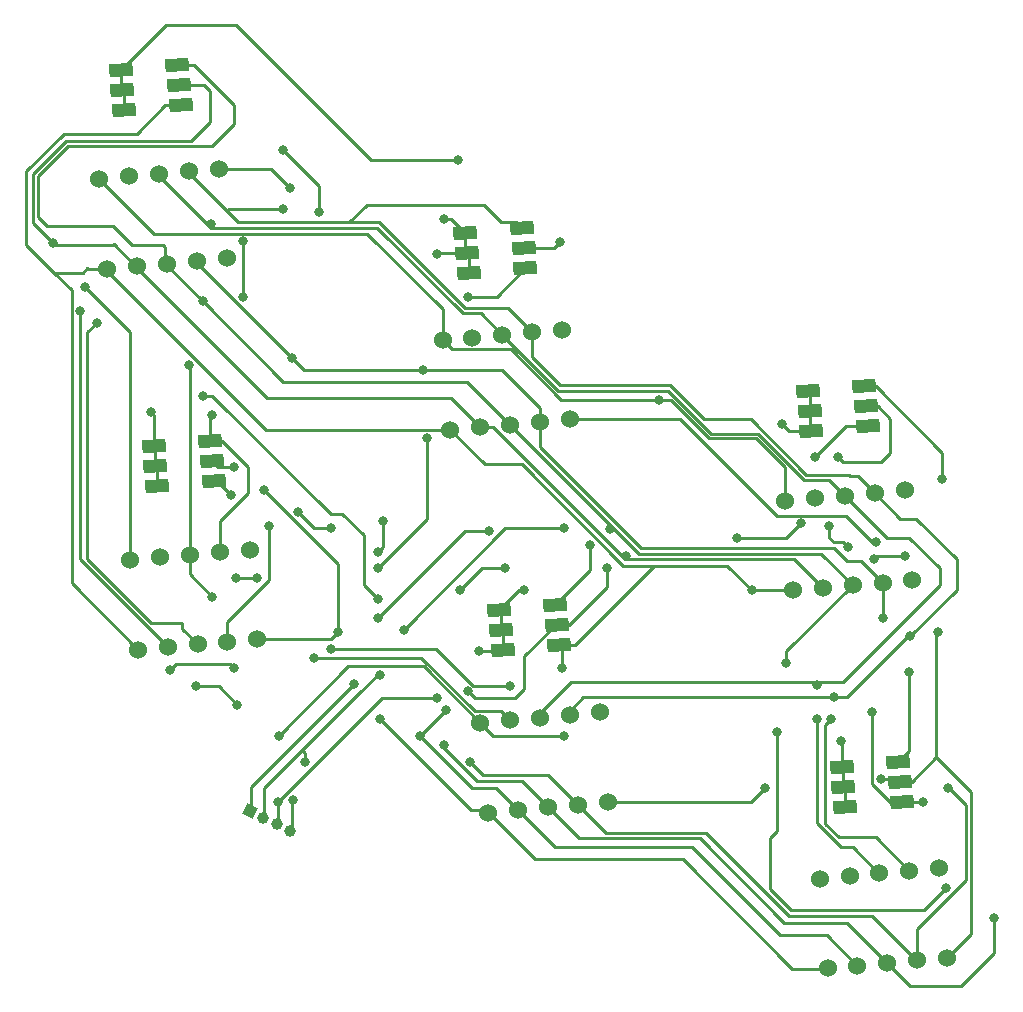
<source format=gbr>
%TF.GenerationSoftware,KiCad,Pcbnew,7.0.10-7.0.10~ubuntu22.04.1*%
%TF.CreationDate,2025-04-20T12:02:29+07:00*%
%TF.ProjectId,catan100,63617461-6e31-4303-902e-6b696361645f,rev?*%
%TF.SameCoordinates,Original*%
%TF.FileFunction,Copper,L1,Top*%
%TF.FilePolarity,Positive*%
%FSLAX46Y46*%
G04 Gerber Fmt 4.6, Leading zero omitted, Abs format (unit mm)*
G04 Created by KiCad (PCBNEW 7.0.10-7.0.10~ubuntu22.04.1) date 2025-04-20 12:02:29*
%MOMM*%
%LPD*%
G01*
G04 APERTURE LIST*
G04 Aperture macros list*
%AMHorizOval*
0 Thick line with rounded ends*
0 $1 width*
0 $2 $3 position (X,Y) of the first rounded end (center of the circle)*
0 $4 $5 position (X,Y) of the second rounded end (center of the circle)*
0 Add line between two ends*
20,1,$1,$2,$3,$4,$5,0*
0 Add two circle primitives to create the rounded ends*
1,1,$1,$2,$3*
1,1,$1,$4,$5*%
%AMRotRect*
0 Rectangle, with rotation*
0 The origin of the aperture is its center*
0 $1 length*
0 $2 width*
0 $3 Rotation angle, in degrees counterclockwise*
0 Add horizontal line*
21,1,$1,$2,0,0,$3*%
G04 Aperture macros list end*
%TA.AperFunction,ComponentPad*%
%ADD10C,1.524000*%
%TD*%
%TA.AperFunction,SMDPad,CuDef*%
%ADD11RotRect,1.100000X2.000000X95.000000*%
%TD*%
%TA.AperFunction,ComponentPad*%
%ADD12RotRect,1.000000X1.000000X245.000000*%
%TD*%
%TA.AperFunction,ComponentPad*%
%ADD13HorizOval,1.000000X0.000000X0.000000X0.000000X0.000000X0*%
%TD*%
%TA.AperFunction,ViaPad*%
%ADD14C,0.800000*%
%TD*%
%TA.AperFunction,Conductor*%
%ADD15C,0.250000*%
%TD*%
G04 APERTURE END LIST*
D10*
%TO.P,U4,1,e*%
%TO.N,Net-(D1-BA)*%
X217942788Y-92676506D03*
%TO.P,U4,2,d*%
%TO.N,Net-(D1-GA)*%
X220473123Y-92455130D03*
%TO.P,U4,3,c*%
%TO.N,Net-(D1-RA)*%
X223003457Y-92233755D03*
%TO.P,U4,4,g*%
%TO.N,Net-(D2-BA)*%
X225533792Y-92012379D03*
%TO.P,U4,5,dp*%
%TO.N,Net-(D2-GA)*%
X228064126Y-91791004D03*
%TO.P,U4,6,b*%
%TO.N,Net-(U1-GRID7)*%
X227400000Y-84200000D03*
%TO.P,U4,7,a*%
%TO.N,Net-(D2-RA)*%
X224869665Y-84421376D03*
%TO.P,U4,8,b*%
%TO.N,Net-(U1-SEG7)*%
X222339331Y-84642751D03*
%TO.P,U4,9,g*%
%TO.N,Net-(U1-GRID8)*%
X219808996Y-84864127D03*
%TO.P,U4,10,f*%
%TO.N,Net-(U1-SEG8)*%
X217278662Y-85085502D03*
%TD*%
%TO.P,U6,1,e*%
%TO.N,Net-(D1-BA)*%
X192142788Y-111476506D03*
%TO.P,U6,2,d*%
%TO.N,Net-(D1-GA)*%
X194673123Y-111255130D03*
%TO.P,U6,3,c*%
%TO.N,Net-(D1-RA)*%
X197203457Y-111033755D03*
%TO.P,U6,4,g*%
%TO.N,Net-(D2-BA)*%
X199733792Y-110812379D03*
%TO.P,U6,5,dp*%
%TO.N,Net-(D2-GA)*%
X202264126Y-110591004D03*
%TO.P,U6,6,b*%
%TO.N,Net-(U1-GRID3)*%
X201600000Y-103000000D03*
%TO.P,U6,7,a*%
%TO.N,Net-(D2-RA)*%
X199069665Y-103221376D03*
%TO.P,U6,8,b*%
%TO.N,Net-(U1-SEG7)*%
X196539331Y-103442751D03*
%TO.P,U6,9,g*%
%TO.N,Net-(U1-GRID4)*%
X194008996Y-103664127D03*
%TO.P,U6,10,f*%
%TO.N,Net-(U1-SEG8)*%
X191478662Y-103885502D03*
%TD*%
D11*
%TO.P,D2,1,RK*%
%TO.N,Net-(D1-BK)*%
X190218265Y-62418348D03*
%TO.P,D2,2,GK*%
X190366430Y-64111879D03*
%TO.P,D2,3,BK*%
X190514594Y-65805410D03*
%TO.P,D2,4,BA*%
%TO.N,Net-(D2-BA)*%
X195296329Y-65387062D03*
%TO.P,D2,5,GA*%
%TO.N,Net-(D2-GA)*%
X195148164Y-63693531D03*
%TO.P,D2,6,RA*%
%TO.N,Net-(D2-RA)*%
X195000000Y-62000000D03*
%TD*%
D10*
%TO.P,U7,1,e*%
%TO.N,Net-(D1-BA)*%
X220873123Y-124655130D03*
%TO.P,U7,2,d*%
%TO.N,Net-(D1-GA)*%
X223403458Y-124433754D03*
%TO.P,U7,3,c*%
%TO.N,Net-(D1-RA)*%
X225933792Y-124212379D03*
%TO.P,U7,4,g*%
%TO.N,Net-(D2-BA)*%
X228464127Y-123991003D03*
%TO.P,U7,5,dp*%
%TO.N,Net-(D2-GA)*%
X230994461Y-123769628D03*
%TO.P,U7,6,b*%
%TO.N,Net-(U1-GRID1)*%
X230330335Y-116178624D03*
%TO.P,U7,7,a*%
%TO.N,Net-(D2-RA)*%
X227800000Y-116400000D03*
%TO.P,U7,8,b*%
%TO.N,Net-(U1-SEG7)*%
X225269666Y-116621375D03*
%TO.P,U7,9,g*%
%TO.N,Net-(U1-GRID2)*%
X222739331Y-116842751D03*
%TO.P,U7,10,f*%
%TO.N,Net-(U1-SEG8)*%
X220208997Y-117064126D03*
%TD*%
%TO.P,U2,1,e*%
%TO.N,Net-(D1-BA)*%
X159871394Y-65438253D03*
%TO.P,U2,2,d*%
%TO.N,Net-(D1-GA)*%
X162401729Y-65216877D03*
%TO.P,U2,3,c*%
%TO.N,Net-(D1-RA)*%
X164932063Y-64995502D03*
%TO.P,U2,4,g*%
%TO.N,Net-(D2-BA)*%
X167462398Y-64774126D03*
%TO.P,U2,5,dp*%
%TO.N,Net-(D2-GA)*%
X169992732Y-64552751D03*
%TO.P,U2,6,b*%
%TO.N,Net-(U1-GRID11)*%
X169328606Y-56961747D03*
%TO.P,U2,7,a*%
%TO.N,Net-(D2-RA)*%
X166798271Y-57183123D03*
%TO.P,U2,8,b*%
%TO.N,Net-(U1-SEG7)*%
X164267937Y-57404498D03*
%TO.P,U2,9,g*%
%TO.N,Net-(U1-GRID12)*%
X161737602Y-57625874D03*
%TO.P,U2,10,f*%
%TO.N,Net-(U1-SEG8)*%
X159207268Y-57847249D03*
%TD*%
D11*
%TO.P,D6,1,RK*%
%TO.N,Net-(D5-BK)*%
X222060968Y-107618348D03*
%TO.P,D6,2,GK*%
X222209133Y-109311879D03*
%TO.P,D6,3,BK*%
X222357297Y-111005410D03*
%TO.P,D6,4,BA*%
%TO.N,Net-(D2-BA)*%
X227139032Y-110587062D03*
%TO.P,D6,5,GA*%
%TO.N,Net-(D2-GA)*%
X226990867Y-108893531D03*
%TO.P,D6,6,RA*%
%TO.N,Net-(D2-RA)*%
X226842703Y-107200000D03*
%TD*%
%TO.P,D4,1,RK*%
%TO.N,Net-(D3-BK)*%
X163818265Y-80418348D03*
%TO.P,D4,2,GK*%
X163966430Y-82111879D03*
%TO.P,D4,3,BK*%
X164114594Y-83805410D03*
%TO.P,D4,4,BA*%
%TO.N,Net-(D2-BA)*%
X168896329Y-83387062D03*
%TO.P,D4,5,GA*%
%TO.N,Net-(D2-GA)*%
X168748164Y-81693531D03*
%TO.P,D4,6,RA*%
%TO.N,Net-(D2-RA)*%
X168600000Y-80000000D03*
%TD*%
%TO.P,D1,1,RK*%
%TO.N,Net-(D1-BK)*%
X161018265Y-48618348D03*
%TO.P,D1,2,GK*%
X161166430Y-50311879D03*
%TO.P,D1,3,BK*%
X161314594Y-52005410D03*
%TO.P,D1,4,BA*%
%TO.N,Net-(D1-BA)*%
X166096329Y-51587062D03*
%TO.P,D1,5,GA*%
%TO.N,Net-(D1-GA)*%
X165948164Y-49893531D03*
%TO.P,D1,6,RA*%
%TO.N,Net-(D1-RA)*%
X165800000Y-48200000D03*
%TD*%
D10*
%TO.P,U3,1,e*%
%TO.N,Net-(D1-BA)*%
X188942788Y-79076506D03*
%TO.P,U3,2,d*%
%TO.N,Net-(D1-GA)*%
X191473123Y-78855130D03*
%TO.P,U3,3,c*%
%TO.N,Net-(D1-RA)*%
X194003457Y-78633755D03*
%TO.P,U3,4,g*%
%TO.N,Net-(D2-BA)*%
X196533792Y-78412379D03*
%TO.P,U3,5,dp*%
%TO.N,Net-(D2-GA)*%
X199064126Y-78191004D03*
%TO.P,U3,6,b*%
%TO.N,Net-(U1-GRID9)*%
X198400000Y-70600000D03*
%TO.P,U3,7,a*%
%TO.N,Net-(D2-RA)*%
X195869665Y-70821376D03*
%TO.P,U3,8,b*%
%TO.N,Net-(U1-SEG7)*%
X193339331Y-71042751D03*
%TO.P,U3,9,g*%
%TO.N,Net-(U1-GRID10)*%
X190808996Y-71264127D03*
%TO.P,U3,10,f*%
%TO.N,Net-(U1-SEG8)*%
X188278662Y-71485502D03*
%TD*%
D11*
%TO.P,D5,1,RK*%
%TO.N,Net-(D5-BK)*%
X193060968Y-94315643D03*
%TO.P,D5,2,GK*%
X193209133Y-96009174D03*
%TO.P,D5,3,BK*%
X193357297Y-97702705D03*
%TO.P,D5,4,BA*%
%TO.N,Net-(D1-BA)*%
X198139032Y-97284357D03*
%TO.P,D5,5,GA*%
%TO.N,Net-(D1-GA)*%
X197990867Y-95590826D03*
%TO.P,D5,6,RA*%
%TO.N,Net-(D1-RA)*%
X197842703Y-93897295D03*
%TD*%
D10*
%TO.P,U5,1,e*%
%TO.N,Net-(D1-BA)*%
X162478662Y-97685502D03*
%TO.P,U5,2,d*%
%TO.N,Net-(D1-GA)*%
X165008997Y-97464126D03*
%TO.P,U5,3,c*%
%TO.N,Net-(D1-RA)*%
X167539331Y-97242751D03*
%TO.P,U5,4,g*%
%TO.N,Net-(D2-BA)*%
X170069666Y-97021375D03*
%TO.P,U5,5,dp*%
%TO.N,Net-(D2-GA)*%
X172600000Y-96800000D03*
%TO.P,U5,6,b*%
%TO.N,Net-(U1-GRID5)*%
X171935874Y-89208996D03*
%TO.P,U5,7,a*%
%TO.N,Net-(D2-RA)*%
X169405539Y-89430372D03*
%TO.P,U5,8,b*%
%TO.N,Net-(U1-SEG7)*%
X166875205Y-89651747D03*
%TO.P,U5,9,g*%
%TO.N,Net-(U1-GRID6)*%
X164344870Y-89873123D03*
%TO.P,U5,10,f*%
%TO.N,Net-(U1-SEG8)*%
X161814536Y-90094498D03*
%TD*%
D11*
%TO.P,D3,1,RK*%
%TO.N,Net-(D3-BK)*%
X219218265Y-75818348D03*
%TO.P,D3,2,GK*%
X219366430Y-77511879D03*
%TO.P,D3,3,BK*%
X219514594Y-79205410D03*
%TO.P,D3,4,BA*%
%TO.N,Net-(D1-BA)*%
X224296329Y-78787062D03*
%TO.P,D3,5,GA*%
%TO.N,Net-(D1-GA)*%
X224148164Y-77093531D03*
%TO.P,D3,6,RA*%
%TO.N,Net-(D1-RA)*%
X224000000Y-75400000D03*
%TD*%
D12*
%TO.P,J1,1,Pin_1*%
%TO.N,Net-(J1-Pin_1)*%
X171946967Y-111389824D03*
D13*
%TO.P,J1,2,Pin_2*%
%TO.N,Net-(J1-Pin_2)*%
X173097978Y-111926549D03*
%TO.P,J1,3,Pin_3*%
%TO.N,Net-(J1-Pin_3)*%
X174248989Y-112463274D03*
%TO.P,J1,4,Pin_4*%
%TO.N,Net-(J1-Pin_4)*%
X175400000Y-113000000D03*
%TD*%
D14*
%TO.N,Net-(J1-Pin_1)*%
X180800000Y-100600000D03*
%TO.N,Net-(J1-Pin_2)*%
X183000000Y-99800000D03*
X176600000Y-107200000D03*
%TO.N,Net-(D1-BK)*%
X188400000Y-61200000D03*
X189600000Y-56200000D03*
X187800000Y-64200000D03*
%TO.N,Net-(D1-BA)*%
X214476506Y-92676506D03*
X219800000Y-81400000D03*
X218600000Y-87000000D03*
X213200000Y-88200000D03*
X183000000Y-103600000D03*
X198400000Y-99200000D03*
%TO.N,Net-(D1-GA)*%
X188600000Y-102797426D03*
X203797964Y-89772659D03*
X202200000Y-90800000D03*
X221000000Y-87200000D03*
X222600000Y-89000000D03*
X157600000Y-69000000D03*
X186400000Y-105000000D03*
X221800000Y-81400000D03*
X190400000Y-101200000D03*
X155300000Y-63300000D03*
%TO.N,Net-(D1-RA)*%
X227400000Y-89800000D03*
X224800000Y-90000000D03*
X235000000Y-120400000D03*
X217400000Y-98800000D03*
X188400000Y-105800000D03*
X168000000Y-68200000D03*
X230600000Y-83200000D03*
X202490396Y-87509604D03*
X200787347Y-88812653D03*
X230887347Y-117887347D03*
X159000000Y-70000000D03*
X216600000Y-104675000D03*
%TO.N,Net-(D2-BA)*%
X225600000Y-95000000D03*
X173600000Y-87200000D03*
X190400000Y-67800000D03*
X229000000Y-110600000D03*
X170400000Y-84600000D03*
X224600000Y-103000000D03*
X186600000Y-74000000D03*
X231060874Y-109400000D03*
X175575855Y-73024145D03*
X190600000Y-107200000D03*
%TO.N,Net-(D2-GA)*%
X225400000Y-108600000D03*
X179400000Y-96200000D03*
X215600000Y-109400000D03*
X230200000Y-96200000D03*
X225000000Y-88600000D03*
X170600000Y-82200000D03*
X198200000Y-63200000D03*
X173200000Y-84200000D03*
%TO.N,Net-(D2-RA)*%
X227812653Y-99612653D03*
X227900000Y-96500000D03*
X221400000Y-101713000D03*
X174800000Y-60400000D03*
X221200000Y-103600000D03*
X168800000Y-77800000D03*
%TO.N,Net-(D3-BK)*%
X182800000Y-93400000D03*
X217000000Y-78600000D03*
X168000000Y-76200000D03*
X163600000Y-77600000D03*
%TO.N,Net-(D5-BK)*%
X195200000Y-92600000D03*
X191400000Y-97800000D03*
X222000000Y-105400000D03*
%TO.N,Net-(J1-Pin_3)*%
X187800000Y-101800000D03*
X174351011Y-110625923D03*
%TO.N,Net-(J1-Pin_4)*%
X165200000Y-99400000D03*
X170600000Y-99200000D03*
X175601120Y-110401120D03*
%TO.N,Net-(U1-GRID12)*%
X174800000Y-55400000D03*
X177800000Y-60600000D03*
%TO.N,Net-(U1-SEG7)*%
X166800000Y-73600000D03*
X220000000Y-103600000D03*
X220000000Y-100675000D03*
X168800000Y-93200000D03*
X171400000Y-67800000D03*
X168676878Y-61675000D03*
X171400000Y-63125000D03*
%TO.N,Net-(U1-SEG8)*%
X158000000Y-67000000D03*
X167400000Y-100800000D03*
X198600000Y-105000000D03*
X174400000Y-105000000D03*
X170859394Y-102340607D03*
X206600000Y-76547487D03*
%TO.N,Net-(U1-GRID3)*%
X178800000Y-97600000D03*
X194000000Y-100800000D03*
%TO.N,Net-(U1-GRID4)*%
X177400000Y-98400000D03*
%TO.N,Net-(U1-GRID6)*%
X172600000Y-91600000D03*
X170800000Y-91600000D03*
%TO.N,Net-(U1-GRID7)*%
X176000000Y-86000000D03*
X178800000Y-87400000D03*
X182800000Y-89400000D03*
X193600000Y-90800000D03*
X183200000Y-86800000D03*
X189800000Y-92600000D03*
%TO.N,Net-(U1-GRID8)*%
X198600000Y-87400000D03*
X185000000Y-96000000D03*
%TO.N,Net-(U1-GRID9)*%
X192200000Y-87600000D03*
X182800000Y-95000000D03*
%TO.N,Net-(U1-GRID10)*%
X182800000Y-90800000D03*
X187000000Y-79800000D03*
%TO.N,Net-(U1-GRID11)*%
X175400000Y-58600000D03*
%TD*%
D15*
%TO.N,Net-(J1-Pin_1)*%
X172048989Y-111263274D02*
X172048989Y-109351011D01*
X172048989Y-109351011D02*
X180800000Y-100600000D01*
%TO.N,Net-(J1-Pin_2)*%
X181200000Y-101400000D02*
X182800000Y-99800000D01*
X173200000Y-111800000D02*
X173200000Y-109400000D01*
X176400000Y-106200000D02*
X181200000Y-101400000D01*
X173200000Y-109400000D02*
X175800000Y-106800000D01*
X176400000Y-106200000D02*
X176600000Y-106400000D01*
X176600000Y-106400000D02*
X176600000Y-107200000D01*
X175800000Y-106800000D02*
X176400000Y-106200000D01*
X182800000Y-99800000D02*
X183000000Y-99800000D01*
%TO.N,Net-(D1-BK)*%
X170800000Y-44800000D02*
X182000000Y-56000000D01*
X182000000Y-56000000D02*
X182200000Y-56200000D01*
X188999917Y-61200000D02*
X190218265Y-62418348D01*
X188400000Y-61200000D02*
X188999917Y-61200000D01*
X190218265Y-62418348D02*
X190218265Y-63963714D01*
X190514594Y-65805410D02*
X190514594Y-64260043D01*
X182200000Y-56200000D02*
X189600000Y-56200000D01*
X161018265Y-48618348D02*
X161018265Y-50163714D01*
X187888121Y-64111879D02*
X190366430Y-64111879D01*
X165200000Y-44800000D02*
X170800000Y-44800000D01*
X190218265Y-63963714D02*
X190366430Y-64111879D01*
X161314594Y-50460043D02*
X161166430Y-50311879D01*
X161018265Y-48618348D02*
X164836613Y-44800000D01*
X164836613Y-44800000D02*
X165200000Y-44800000D01*
X161314594Y-52005410D02*
X161314594Y-50460043D01*
X187800000Y-64200000D02*
X187888121Y-64111879D01*
X161018265Y-50163714D02*
X161166430Y-50311879D01*
X190514594Y-64260043D02*
X190366430Y-64111879D01*
%TO.N,Net-(D1-BA)*%
X158200000Y-65400000D02*
X158242751Y-65442751D01*
X218600000Y-87000000D02*
X217400000Y-88200000D01*
X190676506Y-111276506D02*
X191942788Y-111276506D01*
X198139032Y-97284357D02*
X199515643Y-97284357D01*
X209400000Y-90600000D02*
X212400000Y-90600000D01*
X155400000Y-65800000D02*
X157800000Y-65800000D01*
X222412938Y-78787062D02*
X219800000Y-81400000D01*
X196066282Y-115400000D02*
X208600000Y-115400000D01*
X198400000Y-97545325D02*
X198139032Y-97284357D01*
X217400000Y-88200000D02*
X213200000Y-88200000D01*
X214476506Y-92676506D02*
X217942788Y-92676506D01*
X208600000Y-115400000D02*
X217885502Y-124685502D01*
X173373086Y-79076506D02*
X188942788Y-79076506D01*
X159739331Y-65442751D02*
X173373086Y-79076506D01*
X164812938Y-51587062D02*
X162400000Y-54000000D01*
X157800000Y-65800000D02*
X158200000Y-65400000D01*
X158242751Y-65442751D02*
X159739331Y-65442751D01*
X156875000Y-67275000D02*
X155400000Y-65800000D01*
X162478662Y-97685502D02*
X156875000Y-92081840D01*
X199515643Y-97284357D02*
X206200000Y-90600000D01*
X162400000Y-54000000D02*
X156200000Y-54000000D01*
X195000000Y-82000000D02*
X203600000Y-90600000D01*
X188942788Y-79076506D02*
X191866282Y-82000000D01*
X191866282Y-82000000D02*
X195000000Y-82000000D01*
X206200000Y-90600000D02*
X209400000Y-90600000D01*
X156200000Y-54000000D02*
X153000000Y-57200000D01*
X156875000Y-92081840D02*
X156875000Y-67275000D01*
X198400000Y-99200000D02*
X198400000Y-97545325D01*
X153000000Y-57200000D02*
X153000000Y-63400000D01*
X191942788Y-111276506D02*
X196066282Y-115400000D01*
X166096329Y-51587062D02*
X164812938Y-51587062D01*
X212400000Y-90600000D02*
X214476506Y-92676506D01*
X203600000Y-90600000D02*
X206200000Y-90600000D01*
X217885502Y-124685502D02*
X220878662Y-124685502D01*
X224296329Y-78787062D02*
X222412938Y-78787062D01*
X183000000Y-103600000D02*
X190676506Y-111276506D01*
X153000000Y-63400000D02*
X155400000Y-65800000D01*
%TO.N,Net-(D1-GA)*%
X168600000Y-53000000D02*
X168600000Y-50400000D01*
X192550753Y-78855130D02*
X203695623Y-90000000D01*
X155400000Y-63400000D02*
X155300000Y-63300000D01*
X226200000Y-78141547D02*
X226200000Y-81000000D01*
X153600000Y-61600000D02*
X153600000Y-57400000D01*
X160411895Y-63400000D02*
X155400000Y-63400000D01*
X224148164Y-77093531D02*
X225151984Y-77093531D01*
X193800000Y-101800000D02*
X191000000Y-101800000D01*
X160430093Y-63381802D02*
X160411895Y-63400000D01*
X195200000Y-98258888D02*
X195200000Y-101000000D01*
X221000000Y-88200000D02*
X221400000Y-88600000D01*
X223408997Y-124464126D02*
X220800000Y-121855129D01*
X165008997Y-97464126D02*
X157600000Y-90055129D01*
X197817993Y-114400000D02*
X194473123Y-111055130D01*
X194400000Y-101800000D02*
X193800000Y-101800000D01*
X197990867Y-95590826D02*
X197868062Y-95590826D01*
X168093531Y-49893531D02*
X165948164Y-49893531D01*
X195200000Y-101000000D02*
X194400000Y-101800000D01*
X191000000Y-101800000D02*
X190400000Y-101200000D01*
X167000000Y-54600000D02*
X168600000Y-53000000D01*
X190800000Y-109400000D02*
X192817993Y-109400000D01*
X157600000Y-71400000D02*
X157600000Y-69000000D01*
X188600000Y-102800000D02*
X186400000Y-105000000D01*
X225400000Y-81800000D02*
X222200000Y-81800000D01*
X197868062Y-95590826D02*
X195200000Y-98258888D01*
X197990867Y-95590826D02*
X198994687Y-95590826D01*
X226200000Y-81000000D02*
X225400000Y-81800000D01*
X225151984Y-77093531D02*
X226200000Y-78141547D01*
X209400000Y-114400000D02*
X197817993Y-114400000D01*
X222200000Y-88600000D02*
X222600000Y-89000000D01*
X198994687Y-95590826D02*
X202200000Y-92385513D01*
X191473123Y-78855130D02*
X192550753Y-78855130D01*
X153600000Y-57400000D02*
X156400000Y-54600000D01*
X221800000Y-88600000D02*
X222200000Y-88600000D01*
X162269666Y-65221375D02*
X173448291Y-76400000D01*
X157600000Y-90055129D02*
X157600000Y-89200000D01*
X189017993Y-76400000D02*
X191473123Y-78855130D01*
X222200000Y-81800000D02*
X221800000Y-81400000D01*
X157600000Y-89200000D02*
X157600000Y-71400000D01*
X203695623Y-90000000D02*
X218017993Y-90000000D01*
X156400000Y-54600000D02*
X167000000Y-54600000D01*
X168600000Y-50400000D02*
X168093531Y-49893531D01*
X216855129Y-121855129D02*
X209400000Y-114400000D01*
X188600000Y-102797426D02*
X188600000Y-102800000D01*
X155300000Y-63300000D02*
X153600000Y-61600000D01*
X186400000Y-105000000D02*
X190800000Y-109400000D01*
X192817993Y-109400000D02*
X194473123Y-111055130D01*
X173448291Y-76400000D02*
X189017993Y-76400000D01*
X220800000Y-121855129D02*
X216855129Y-121855129D01*
X162269666Y-65221375D02*
X160430093Y-63381802D01*
X221400000Y-88600000D02*
X221800000Y-88600000D01*
X221000000Y-87200000D02*
X221000000Y-88200000D01*
X218017993Y-90000000D02*
X220473123Y-92455130D01*
X202200000Y-92385513D02*
X202200000Y-90800000D01*
%TO.N,Net-(D1-RA)*%
X217786396Y-119750000D02*
X220000000Y-119750000D01*
X229024694Y-119750000D02*
X230887347Y-117887347D01*
X164600000Y-63400000D02*
X164800000Y-63600000D01*
X235000000Y-123400000D02*
X232200000Y-126200000D01*
X156600000Y-55050000D02*
X154050000Y-57600000D01*
X158200000Y-70800000D02*
X159000000Y-70000000D01*
X160385542Y-61800000D02*
X161985542Y-63400000D01*
X225000000Y-89800000D02*
X224800000Y-90000000D01*
X222496580Y-120800000D02*
X225939331Y-124242751D01*
X216600000Y-113000000D02*
X216000000Y-113600000D01*
X170600000Y-51600000D02*
X170600000Y-53200000D01*
X188400000Y-105800000D02*
X188400000Y-106025305D01*
X200787347Y-90952651D02*
X200787347Y-88812653D01*
X170600000Y-53200000D02*
X168750000Y-55050000D01*
X227896580Y-126200000D02*
X225939331Y-124242751D01*
X194003457Y-78633755D02*
X204919702Y-89550000D01*
X216000000Y-117963604D02*
X217786396Y-119750000D01*
X216600000Y-104675000D02*
X216600000Y-113000000D01*
X158200000Y-72800000D02*
X158200000Y-70800000D01*
X158590633Y-90409366D02*
X158200000Y-90018733D01*
X164800000Y-63600000D02*
X164800000Y-65000000D01*
X158200000Y-90018733D02*
X158200000Y-72800000D01*
X235000000Y-120400000D02*
X235000000Y-123400000D01*
X217400000Y-97837212D02*
X217400000Y-98800000D01*
X220000000Y-119750000D02*
X229024694Y-119750000D01*
X166200000Y-95400000D02*
X163581267Y-95400000D01*
X197003457Y-110833755D02*
X199819702Y-113650000D01*
X168000000Y-68200000D02*
X174800000Y-75000000D01*
X154050000Y-57600000D02*
X154050000Y-61050000D01*
X220319702Y-89550000D02*
X223003457Y-92233755D01*
X174800000Y-75000000D02*
X190369702Y-75000000D01*
X154050000Y-61050000D02*
X154800000Y-61800000D01*
X188400000Y-106025305D02*
X191174695Y-108800000D01*
X225003820Y-75400000D02*
X230600000Y-80996180D01*
X217200000Y-120800000D02*
X222496580Y-120800000D01*
X191174695Y-108800000D02*
X194969702Y-108800000D01*
X204919702Y-89550000D02*
X220319702Y-89550000D01*
X165800000Y-48200000D02*
X167200000Y-48200000D01*
X224000000Y-75400000D02*
X225003820Y-75400000D01*
X227400000Y-89800000D02*
X225000000Y-89800000D01*
X190369702Y-75000000D02*
X194003457Y-78633755D01*
X232200000Y-126200000D02*
X227896580Y-126200000D01*
X161985542Y-63400000D02*
X164600000Y-63400000D01*
X210050000Y-113650000D02*
X217200000Y-120800000D01*
X197842703Y-93897295D02*
X200787347Y-90952651D01*
X154800000Y-61800000D02*
X160385542Y-61800000D01*
X194969702Y-108800000D02*
X197003457Y-110833755D01*
X230600000Y-80996180D02*
X230600000Y-83200000D01*
X163581267Y-95400000D02*
X158590633Y-90409366D01*
X164800000Y-65000000D02*
X168000000Y-68200000D01*
X167200000Y-48200000D02*
X170600000Y-51600000D01*
X168750000Y-55050000D02*
X156600000Y-55050000D01*
X167539331Y-97242751D02*
X166200000Y-95903420D01*
X166200000Y-95903420D02*
X166200000Y-95400000D01*
X199819702Y-113650000D02*
X210050000Y-113650000D01*
X216000000Y-113600000D02*
X216000000Y-117963604D01*
X223003457Y-92233755D02*
X217400000Y-97837212D01*
%TO.N,Net-(D2-BA)*%
X226135212Y-110587062D02*
X224600000Y-109051850D01*
X190600000Y-107200000D02*
X191725000Y-108325000D01*
X193335871Y-74000000D02*
X196533792Y-77197921D01*
X210600000Y-113200000D02*
X217600000Y-120200000D01*
X199533792Y-110612379D02*
X202121413Y-113200000D01*
X192883391Y-67800000D02*
X195296329Y-65387062D01*
X224648291Y-120200000D02*
X228469666Y-124021375D01*
X225533792Y-92012379D02*
X223721413Y-90200000D01*
X223721413Y-90200000D02*
X222506953Y-90200000D01*
X228469666Y-124021375D02*
X228469666Y-121330334D01*
X186600000Y-74000000D02*
X193335871Y-74000000D01*
X197246413Y-108325000D02*
X199533792Y-110612379D01*
X196533792Y-80527694D02*
X196533792Y-78412379D01*
X231200000Y-109400000D02*
X231060874Y-109400000D01*
X167330335Y-64778624D02*
X169775855Y-67224145D01*
X168896329Y-83387062D02*
X169187062Y-83387062D01*
X191725000Y-108325000D02*
X197246413Y-108325000D01*
X227139032Y-110587062D02*
X226135212Y-110587062D01*
X205106098Y-89100000D02*
X196533792Y-80527694D01*
X224600000Y-109051850D02*
X224600000Y-103000000D01*
X225533792Y-94933792D02*
X225533792Y-92012379D01*
X232600000Y-117200000D02*
X232600000Y-110800000D01*
X228469666Y-121330334D02*
X232600000Y-117200000D01*
X222506953Y-90200000D02*
X221406953Y-89100000D01*
X221406953Y-89100000D02*
X205106098Y-89100000D01*
X227151970Y-110600000D02*
X227139032Y-110587062D01*
X202121413Y-113200000D02*
X210600000Y-113200000D01*
X169187062Y-83387062D02*
X170400000Y-84600000D01*
X232600000Y-110800000D02*
X231200000Y-109400000D01*
X225600000Y-95000000D02*
X225533792Y-94933792D01*
X173600000Y-87200000D02*
X173600000Y-91800000D01*
X229000000Y-110600000D02*
X227151970Y-110600000D01*
X169775855Y-67224145D02*
X175575855Y-73024145D01*
X173600000Y-91800000D02*
X170069666Y-95330334D01*
X217600000Y-120200000D02*
X224648291Y-120200000D01*
X175575855Y-73024145D02*
X176551711Y-74000000D01*
X196533792Y-77197921D02*
X196533792Y-78412379D01*
X170069666Y-95330334D02*
X170069666Y-97021375D01*
X176551711Y-74000000D02*
X186600000Y-74000000D01*
X190400000Y-67800000D02*
X192883391Y-67800000D01*
%TO.N,Net-(D2-GA)*%
X179400000Y-96200000D02*
X179400000Y-90400000D01*
X222400000Y-86400000D02*
X224600000Y-88600000D01*
X210800000Y-80600000D02*
X216575000Y-86375000D01*
X202264126Y-110591004D02*
X214408996Y-110591004D01*
X230100000Y-96300000D02*
X230200000Y-96200000D01*
X230088218Y-106800000D02*
X230100000Y-106788218D01*
X172600000Y-96800000D02*
X178800000Y-96800000D01*
X178800000Y-96800000D02*
X179400000Y-96200000D01*
X199064126Y-78191004D02*
X208391004Y-78191004D01*
X226990867Y-108893531D02*
X227994687Y-108893531D01*
X226697336Y-108600000D02*
X226990867Y-108893531D01*
X198200000Y-63200000D02*
X197706469Y-63693531D01*
X230994461Y-123769628D02*
X233000000Y-121764089D01*
X227994687Y-108893531D02*
X230088218Y-106800000D01*
X208391004Y-78191004D02*
X210800000Y-80600000D01*
X224600000Y-88600000D02*
X225000000Y-88600000D01*
X225400000Y-108600000D02*
X226697336Y-108600000D01*
X233000000Y-109711782D02*
X230088218Y-106800000D01*
X179400000Y-90400000D02*
X173200000Y-84200000D01*
X197706469Y-63693531D02*
X195148164Y-63693531D01*
X222375000Y-86375000D02*
X222400000Y-86400000D01*
X230100000Y-106788218D02*
X230100000Y-96300000D01*
X233000000Y-121764089D02*
X233000000Y-109711782D01*
X170600000Y-82200000D02*
X169254633Y-82200000D01*
X216575000Y-86375000D02*
X222375000Y-86375000D01*
X169254633Y-82200000D02*
X168748164Y-81693531D01*
X214408996Y-110591004D02*
X215600000Y-109400000D01*
%TO.N,Net-(D2-RA)*%
X195869665Y-70821376D02*
X195869665Y-72936689D01*
X182936396Y-61500000D02*
X190186396Y-68750000D01*
X180400000Y-61500000D02*
X182936396Y-61500000D01*
X221400000Y-101713000D02*
X222513000Y-101713000D01*
X170039293Y-60560707D02*
X170978587Y-61500000D01*
X190186396Y-68750000D02*
X193798289Y-68750000D01*
X227048289Y-86600000D02*
X224869665Y-84421376D01*
X168600000Y-80000000D02*
X168600000Y-78000000D01*
X227812653Y-106230050D02*
X227812653Y-99612653D01*
X195869665Y-72936689D02*
X198232976Y-75300000D01*
X221836396Y-113563604D02*
X220691838Y-112419046D01*
X169603820Y-80000000D02*
X168600000Y-80000000D01*
X171800000Y-82196180D02*
X169603820Y-80000000D01*
X210418198Y-78181802D02*
X214399463Y-78181802D01*
X223448289Y-83000000D02*
X224869665Y-84421376D01*
X193798289Y-68750000D02*
X195869665Y-70821376D01*
X166666208Y-57187621D02*
X170039293Y-60560707D01*
X222800000Y-83000000D02*
X223448289Y-83000000D01*
X194458285Y-61458285D02*
X193258285Y-61458285D01*
X228400000Y-86600000D02*
X227048289Y-86600000D01*
X195000000Y-62000000D02*
X194458285Y-61458285D01*
X220691838Y-112419046D02*
X220691838Y-104108162D01*
X174800000Y-60400000D02*
X170200000Y-60400000D01*
X168600000Y-78000000D02*
X168800000Y-77800000D01*
X214399463Y-78181802D02*
X219077029Y-82859368D01*
X169405539Y-89430372D02*
X169405539Y-86794461D01*
X231800000Y-92600000D02*
X231800000Y-90000000D01*
X227805539Y-116430372D02*
X224938771Y-113563604D01*
X191800000Y-60000000D02*
X181900000Y-60000000D01*
X207536396Y-75300000D02*
X210418198Y-78181802D01*
X193258285Y-61458285D02*
X191800000Y-60000000D01*
X169405539Y-86794461D02*
X171800000Y-84400000D01*
X171800000Y-84400000D02*
X171800000Y-82196180D01*
X170978587Y-61500000D02*
X180400000Y-61500000D01*
X227900000Y-96500000D02*
X231800000Y-92600000D01*
X198869665Y-103021376D02*
X200178041Y-101713000D01*
X200178041Y-101713000D02*
X221400000Y-101713000D01*
X181900000Y-60000000D02*
X180400000Y-61500000D01*
X224938771Y-113563604D02*
X221836396Y-113563604D01*
X226842703Y-107200000D02*
X227812653Y-106230050D01*
X227726000Y-96500000D02*
X227900000Y-96500000D01*
X170200000Y-60400000D02*
X170039293Y-60560707D01*
X219077029Y-82859368D02*
X222659368Y-82859368D01*
X231800000Y-90000000D02*
X228400000Y-86600000D01*
X220691838Y-104108162D02*
X221200000Y-103600000D01*
X222513000Y-101713000D02*
X227726000Y-96500000D01*
X198232976Y-75300000D02*
X207536396Y-75300000D01*
X222659368Y-82859368D02*
X222800000Y-83000000D01*
%TO.N,Net-(D3-BK)*%
X219366430Y-75966513D02*
X219218265Y-75818348D01*
X181600000Y-92200000D02*
X181600000Y-88000000D01*
X164114594Y-83805410D02*
X164114594Y-82260043D01*
X163966430Y-82111879D02*
X163966430Y-80566513D01*
X163818265Y-77818265D02*
X163818265Y-80418348D01*
X181600000Y-88000000D02*
X179800000Y-86200000D01*
X178800000Y-86200000D02*
X168800000Y-76200000D01*
X219366430Y-77511879D02*
X219366430Y-75966513D01*
X164114594Y-82260043D02*
X163966430Y-82111879D01*
X168800000Y-76200000D02*
X168000000Y-76200000D01*
X179800000Y-86200000D02*
X178800000Y-86200000D01*
X163600000Y-77600000D02*
X163818265Y-77818265D01*
X219366430Y-77511879D02*
X219366430Y-79057246D01*
X163966430Y-80566513D02*
X163818265Y-80418348D01*
X182800000Y-93400000D02*
X181600000Y-92200000D01*
X219514594Y-79205410D02*
X217605410Y-79205410D01*
X217605410Y-79205410D02*
X217000000Y-78600000D01*
X219366430Y-79057246D02*
X219514594Y-79205410D01*
%TO.N,Net-(D5-BK)*%
X193209133Y-96009174D02*
X193209133Y-94463808D01*
X193357297Y-97702705D02*
X193357297Y-96157338D01*
X194776611Y-92600000D02*
X193060968Y-94315643D01*
X222209133Y-109311879D02*
X222209133Y-107766513D01*
X222357297Y-111005410D02*
X222357297Y-109460043D01*
X193357297Y-96157338D02*
X193209133Y-96009174D01*
X222060968Y-105460968D02*
X222000000Y-105400000D01*
X193260002Y-97800000D02*
X193357297Y-97702705D01*
X195200000Y-92600000D02*
X194776611Y-92600000D01*
X222357297Y-109460043D02*
X222209133Y-109311879D01*
X193209133Y-94463808D02*
X193060968Y-94315643D01*
X191400000Y-97800000D02*
X193260002Y-97800000D01*
X222060968Y-107618348D02*
X222060968Y-105460968D01*
X222209133Y-107766513D02*
X222060968Y-107618348D01*
%TO.N,Net-(J1-Pin_3)*%
X174351011Y-112336725D02*
X174351011Y-110625923D01*
X183176934Y-101800000D02*
X187800000Y-101800000D01*
X174351011Y-110625923D02*
X183176934Y-101800000D01*
%TO.N,Net-(J1-Pin_4)*%
X165725000Y-98875000D02*
X170275000Y-98875000D01*
X175502022Y-110500218D02*
X175601120Y-110401120D01*
X170275000Y-98875000D02*
X170600000Y-99200000D01*
X175502022Y-112873450D02*
X175502022Y-110500218D01*
X165200000Y-99400000D02*
X165725000Y-98875000D01*
%TO.N,Net-(U1-GRID12)*%
X174800000Y-55400000D02*
X177800000Y-58400000D01*
X177800000Y-58400000D02*
X177800000Y-60600000D01*
%TO.N,Net-(U1-SEG7)*%
X230400000Y-92200000D02*
X230400000Y-90800000D01*
X223005260Y-114381802D02*
X222018198Y-114381802D01*
X218890633Y-83309368D02*
X221005948Y-83309368D01*
X166875205Y-89651747D02*
X166875205Y-73675205D01*
X193339331Y-71042751D02*
X198046580Y-75750000D01*
X220000000Y-112363604D02*
X220000000Y-103600000D01*
X166875205Y-73675205D02*
X166800000Y-73600000D01*
X166875205Y-91275205D02*
X166875205Y-89651747D01*
X190000000Y-69200000D02*
X191496580Y-69200000D01*
X214981265Y-79400000D02*
X218890633Y-83309368D01*
X211000000Y-79400000D02*
X214981265Y-79400000D01*
X225896580Y-88200000D02*
X222339331Y-84642751D01*
X227800000Y-88200000D02*
X225896580Y-88200000D01*
X168676878Y-61950000D02*
X182750000Y-61950000D01*
X196339331Y-103242751D02*
X199182082Y-100400000D01*
X207350000Y-75750000D02*
X211000000Y-79400000D01*
X168800000Y-93200000D02*
X166875205Y-91275205D01*
X230400000Y-90800000D02*
X227800000Y-88200000D01*
X222200000Y-100400000D02*
X230400000Y-92200000D01*
X222018198Y-114381802D02*
X220000000Y-112363604D01*
X171400000Y-67800000D02*
X171400000Y-63125000D01*
X191496580Y-69200000D02*
X193339331Y-71042751D01*
X225275205Y-116651747D02*
X223005260Y-114381802D01*
X164135874Y-57408996D02*
X168676878Y-61950000D01*
X198046580Y-75750000D02*
X207350000Y-75750000D01*
X221005948Y-83309368D02*
X222339331Y-84642751D01*
X182750000Y-61950000D02*
X190000000Y-69200000D01*
X199182082Y-100400000D02*
X222200000Y-100400000D01*
%TO.N,Net-(U1-SEG8)*%
X188278662Y-68878662D02*
X188278662Y-71485502D01*
X161814536Y-90094498D02*
X161814536Y-70814536D01*
X207652513Y-76547487D02*
X210855026Y-79750000D01*
X191478662Y-103885502D02*
X186692168Y-99099008D01*
X198349092Y-76547487D02*
X206600000Y-76547487D01*
X210855026Y-79750000D02*
X214836291Y-79750000D01*
X217278662Y-82192371D02*
X217278662Y-85085502D01*
X189044287Y-72251127D02*
X194052732Y-72251127D01*
X188278662Y-71485502D02*
X189044287Y-72251127D01*
X167400000Y-100800000D02*
X169318787Y-100800000D01*
X198600000Y-105000000D02*
X192593160Y-105000000D01*
X194052732Y-72251127D02*
X198349092Y-76547487D01*
X186692168Y-99099008D02*
X180300992Y-99099008D01*
X206600000Y-76547487D02*
X207652513Y-76547487D01*
X214836291Y-79750000D02*
X217278662Y-82192371D01*
X180300992Y-99099008D02*
X174400000Y-105000000D01*
X163860019Y-62500000D02*
X181900000Y-62500000D01*
X181900000Y-62500000D02*
X188278662Y-68878662D01*
X159207268Y-57847249D02*
X163860019Y-62500000D01*
X192593160Y-105000000D02*
X191478662Y-103885502D01*
X169318787Y-100800000D02*
X170859394Y-102340607D01*
X161814536Y-70814536D02*
X158000000Y-67000000D01*
%TO.N,Net-(U1-GRID3)*%
X190883884Y-100800000D02*
X187683884Y-97600000D01*
X194000000Y-100800000D02*
X190883884Y-100800000D01*
X187683884Y-97600000D02*
X178800000Y-97600000D01*
%TO.N,Net-(U1-GRID4)*%
X190986636Y-102898502D02*
X186488134Y-98400000D01*
X193243371Y-102898502D02*
X190986636Y-102898502D01*
X186488134Y-98400000D02*
X177400000Y-98400000D01*
X194008996Y-103664127D02*
X193243371Y-102898502D01*
%TO.N,Net-(U1-GRID6)*%
X170800000Y-91600000D02*
X172600000Y-91600000D01*
%TO.N,Net-(U1-GRID7)*%
X191600000Y-90800000D02*
X189800000Y-92600000D01*
X177400000Y-87400000D02*
X176000000Y-86000000D01*
X193600000Y-90800000D02*
X191600000Y-90800000D01*
X183200000Y-89000000D02*
X182800000Y-89400000D01*
X178800000Y-87400000D02*
X177400000Y-87400000D01*
X183200000Y-86800000D02*
X183200000Y-89000000D01*
%TO.N,Net-(U1-GRID8)*%
X193600000Y-87400000D02*
X198600000Y-87400000D01*
X185000000Y-96000000D02*
X193600000Y-87400000D01*
%TO.N,Net-(U1-GRID9)*%
X192200000Y-87600000D02*
X190200000Y-87600000D01*
X190200000Y-87600000D02*
X182800000Y-95000000D01*
%TO.N,Net-(U1-GRID10)*%
X187000000Y-79800000D02*
X187000000Y-86600000D01*
X187000000Y-86600000D02*
X182800000Y-90800000D01*
%TO.N,Net-(U1-GRID11)*%
X175400000Y-58600000D02*
X173761747Y-56961747D01*
X173761747Y-56961747D02*
X169328606Y-56961747D01*
%TD*%
M02*

</source>
